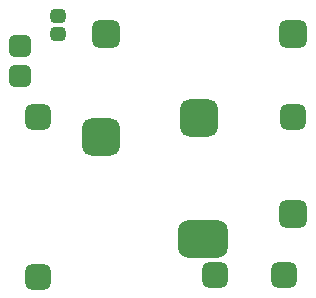
<source format=gts>
G04 Layer_Color=8388736*
%FSLAX44Y44*%
%MOMM*%
G71*
G01*
G75*
G04:AMPARAMS|DCode=26|XSize=3.2032mm|YSize=3.2032mm|CornerRadius=0.8516mm|HoleSize=0mm|Usage=FLASHONLY|Rotation=270.000|XOffset=0mm|YOffset=0mm|HoleType=Round|Shape=RoundedRectangle|*
%AMROUNDEDRECTD26*
21,1,3.2032,1.5000,0,0,270.0*
21,1,1.5000,3.2032,0,0,270.0*
1,1,1.7032,-0.7500,-0.7500*
1,1,1.7032,-0.7500,0.7500*
1,1,1.7032,0.7500,0.7500*
1,1,1.7032,0.7500,-0.7500*
%
%ADD26ROUNDEDRECTD26*%
G04:AMPARAMS|DCode=27|XSize=1.2032mm|YSize=1.3032mm|CornerRadius=0.3516mm|HoleSize=0mm|Usage=FLASHONLY|Rotation=270.000|XOffset=0mm|YOffset=0mm|HoleType=Round|Shape=RoundedRectangle|*
%AMROUNDEDRECTD27*
21,1,1.2032,0.6000,0,0,270.0*
21,1,0.5000,1.3032,0,0,270.0*
1,1,0.7032,-0.3000,-0.2500*
1,1,0.7032,-0.3000,0.2500*
1,1,0.7032,0.3000,0.2500*
1,1,0.7032,0.3000,-0.2500*
%
%ADD27ROUNDEDRECTD27*%
G04:AMPARAMS|DCode=28|XSize=4.2032mm|YSize=3.2032mm|CornerRadius=0.8516mm|HoleSize=0mm|Usage=FLASHONLY|Rotation=0.000|XOffset=0mm|YOffset=0mm|HoleType=Round|Shape=RoundedRectangle|*
%AMROUNDEDRECTD28*
21,1,4.2032,1.5000,0,0,0.0*
21,1,2.5000,3.2032,0,0,0.0*
1,1,1.7032,1.2500,-0.7500*
1,1,1.7032,-1.2500,-0.7500*
1,1,1.7032,-1.2500,0.7500*
1,1,1.7032,1.2500,0.7500*
%
%ADD28ROUNDEDRECTD28*%
G04:AMPARAMS|DCode=29|XSize=3.2032mm|YSize=3.2032mm|CornerRadius=0.8516mm|HoleSize=0mm|Usage=FLASHONLY|Rotation=0.000|XOffset=0mm|YOffset=0mm|HoleType=Round|Shape=RoundedRectangle|*
%AMROUNDEDRECTD29*
21,1,3.2032,1.5000,0,0,0.0*
21,1,1.5000,3.2032,0,0,0.0*
1,1,1.7032,0.7500,-0.7500*
1,1,1.7032,-0.7500,-0.7500*
1,1,1.7032,-0.7500,0.7500*
1,1,1.7032,0.7500,0.7500*
%
%ADD29ROUNDEDRECTD29*%
G04:AMPARAMS|DCode=30|XSize=2.4032mm|YSize=2.4032mm|CornerRadius=0.6516mm|HoleSize=0mm|Usage=FLASHONLY|Rotation=0.000|XOffset=0mm|YOffset=0mm|HoleType=Round|Shape=RoundedRectangle|*
%AMROUNDEDRECTD30*
21,1,2.4032,1.1000,0,0,0.0*
21,1,1.1000,2.4032,0,0,0.0*
1,1,1.3032,0.5500,-0.5500*
1,1,1.3032,-0.5500,-0.5500*
1,1,1.3032,-0.5500,0.5500*
1,1,1.3032,0.5500,0.5500*
%
%ADD30ROUNDEDRECTD30*%
G04:AMPARAMS|DCode=31|XSize=1.9032mm|YSize=1.9032mm|CornerRadius=0.5266mm|HoleSize=0mm|Usage=FLASHONLY|Rotation=270.000|XOffset=0mm|YOffset=0mm|HoleType=Round|Shape=RoundedRectangle|*
%AMROUNDEDRECTD31*
21,1,1.9032,0.8500,0,0,270.0*
21,1,0.8500,1.9032,0,0,270.0*
1,1,1.0532,-0.4250,-0.4250*
1,1,1.0532,-0.4250,0.4250*
1,1,1.0532,0.4250,0.4250*
1,1,1.0532,0.4250,-0.4250*
%
%ADD31ROUNDEDRECTD31*%
%ADD32C,0.2032*%
G04:AMPARAMS|DCode=33|XSize=2.2032mm|YSize=2.2032mm|CornerRadius=0.6016mm|HoleSize=0mm|Usage=FLASHONLY|Rotation=0.000|XOffset=0mm|YOffset=0mm|HoleType=Round|Shape=RoundedRectangle|*
%AMROUNDEDRECTD33*
21,1,2.2032,1.0000,0,0,0.0*
21,1,1.0000,2.2032,0,0,0.0*
1,1,1.2032,0.5000,-0.5000*
1,1,1.2032,-0.5000,-0.5000*
1,1,1.2032,-0.5000,0.5000*
1,1,1.2032,0.5000,0.5000*
%
%ADD33ROUNDEDRECTD33*%
G04:AMPARAMS|DCode=34|XSize=2.4032mm|YSize=2.4032mm|CornerRadius=0.6516mm|HoleSize=0mm|Usage=FLASHONLY|Rotation=270.000|XOffset=0mm|YOffset=0mm|HoleType=Round|Shape=RoundedRectangle|*
%AMROUNDEDRECTD34*
21,1,2.4032,1.1000,0,0,270.0*
21,1,1.1000,2.4032,0,0,270.0*
1,1,1.3032,-0.5500,-0.5500*
1,1,1.3032,-0.5500,0.5500*
1,1,1.3032,0.5500,0.5500*
1,1,1.3032,0.5500,-0.5500*
%
%ADD34ROUNDEDRECTD34*%
G04:AMPARAMS|DCode=35|XSize=2.2032mm|YSize=2.2032mm|CornerRadius=0.6016mm|HoleSize=0mm|Usage=FLASHONLY|Rotation=270.000|XOffset=0mm|YOffset=0mm|HoleType=Round|Shape=RoundedRectangle|*
%AMROUNDEDRECTD35*
21,1,2.2032,1.0000,0,0,270.0*
21,1,1.0000,2.2032,0,0,270.0*
1,1,1.2032,-0.5000,-0.5000*
1,1,1.2032,-0.5000,0.5000*
1,1,1.2032,0.5000,0.5000*
1,1,1.2032,0.5000,-0.5000*
%
%ADD35ROUNDEDRECTD35*%
%ADD36C,0.6032*%
D26*
X105000Y169000D02*
D03*
D27*
X68000Y256000D02*
D03*
Y272000D02*
D03*
D28*
X191000Y83000D02*
D03*
D29*
X188000Y185000D02*
D03*
D30*
X109000Y256500D02*
D03*
X267000Y104000D02*
D03*
D31*
X36000Y246000D02*
D03*
Y220600D02*
D03*
D32*
X188000Y185000D02*
D03*
D33*
X201500Y52000D02*
D03*
X51000Y186000D02*
D03*
X260000Y52000D02*
D03*
X267000Y185990D02*
D03*
D34*
Y256500D02*
D03*
D35*
X51000Y51000D02*
D03*
D36*
X68000Y256000D02*
D03*
Y272000D02*
D03*
X199000Y175000D02*
D03*
M02*

</source>
